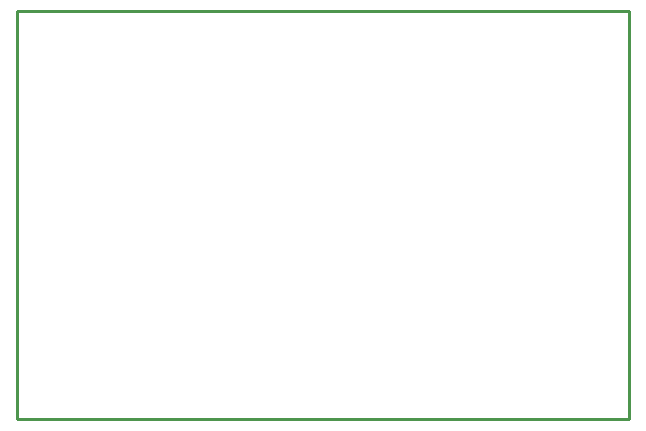
<source format=gko>
G04 ---------------------------- Layer name :KeepOutLayer*
G04 EasyEDA v5.5.15, Tue, 03 Jul 2018 18:31:12 GMT*
G04 565f939dbb094c109ad1478ea9632299*
G04 Gerber Generator version 0.2*
G04 Scale: 100 percent, Rotated: No, Reflected: No *
G04 Dimensions in inches *
G04 leading zeros omitted , absolute positions ,2 integer and 4 decimal *
%FSLAX24Y24*%
%MOIN*%
G90*
G70D02*

%ADD10C,0.010000*%
G54D10*
G01X0Y13600D02*
G01X20400Y13600D01*
G01X20400Y0D01*
G01X0Y0D01*
G01X0Y13600D01*

%LPD*%
M00*
M02*

</source>
